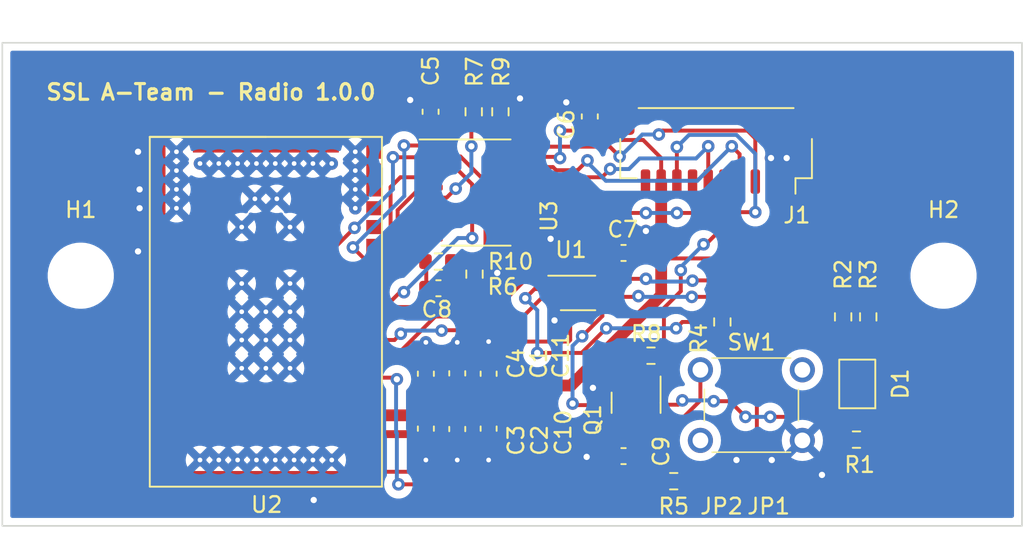
<source format=kicad_pcb>
(kicad_pcb (version 20211014) (generator pcbnew)
  (layers (0 "F.Cu" signal) (31 "B.Cu" signal) (34 "B.Paste" user) (35 "F.Paste" user) (36 "B.SilkS" user "B.Silkscreen") (37 "F.SilkS" user "F.Silkscreen") (38 "B.Mask" user) (39 "F.Mask" user) (44 "Edge.Cuts" user))
  (net 0 "")
  (net 1 "GND")
  (net 2 "+3V3")
  (net 3 "+1V8")
  (net 4 "Net-(U3-Pad10)")
  (net 5 "/RESET_N")
  (net 6 "Net-(D1-Pad2)")
  (net 7 "Net-(D1-Pad3)")
  (net 8 "Net-(D1-Pad4)")
  (net 9 "/UART_RTS_3v3")
  (net 10 "/UART_CTS_3v3")
  (net 11 "/UART_TX_3v3")
  (net 12 "/UART_RX_3v3")
  (net 13 "/BOOT0_3v3")
  (net 14 "/RST_3v3")
  (net 15 "+5V")
  (net 16 "Net-(JP1-Pad1)")
  (net 17 "Net-(JP2-Pad1)")
  (net 18 "Net-(R1-Pad1)")
  (net 19 "Net-(R2-Pad1)")
  (net 20 "Net-(R3-Pad1)")
  (net 21 "/GRN_SW1")
  (net 22 "/SW0")
  (net 23 "Net-(R7-Pad2)")
  (net 24 "Net-(R9-Pad2)")
  (net 27 "/BLUE")
  (net 28 "/RED")
  (net 30 "/UART_CTS_1v8")
  (net 31 "/UART_TX_1v8")
  (net 32 "/UART_RTS_1v8")
  (net 33 "/UART_RX_1v8")
  (footprint "AT-Modules:ODIN_W2" (layer "F.Cu") (at 135.3 103.1 180)
    (fp_text reference "U2")
    (fp_text value "ODIN-W26x")
  )
  (footprint "Package_SO:VSSOP-8_2.3x2mm_P0.5mm" (layer "F.Cu") (at 155.2 100.1)
    (fp_text reference "U1")
    (fp_text value "74LVC3G07")
  )
  (footprint "Capacitor_SMD:C_0603_1608Metric" (layer "F.Cu") (at 147.5 105.225 -90)
    (fp_text reference "C1")
    (fp_text value "10u 10v")
  )
  (footprint "Resistor_SMD:R_0603_1608Metric" (layer "F.Cu") (at 148.6 98.9 90)
    (fp_text reference "R6")
    (fp_text value "10k")
  )
  (footprint "Capacitor_SMD:C_0603_1608Metric" (layer "F.Cu") (at 149.5 108.75 90)
    (fp_text reference "C10")
    (fp_text value "10u 10v")
  )
  (footprint "Resistor_SMD:R_0603_1608Metric" (layer "F.Cu") (at 159.85 104.1)
    (fp_text reference "R8")
    (fp_text value "10k")
  )
  (footprint "AT-BoardFeatures:SolderJumper-2_2.0x1.2mm_Open" (layer "F.Cu") (at 164.45 112.1)
    (fp_text reference "JP2")
    (fp_text value "SW0")
  )
  (footprint "Package_TO_SOT_SMD:SOT-23" (layer "F.Cu") (at 158.9 107.1 -90)
    (fp_text reference "Q1")
    (fp_text value "BSS138K")
  )
  (footprint "at-switches:TS02-66-73-BK-160-SCR-D" (layer "F.Cu") (at 166.25 107.25)
    (fp_text reference "SW1")
    (fp_text value "SPST_12-34")
  )
  (footprint "LED_SMD:Wurth_Elektronik_150141M173100" (layer "F.Cu") (at 173 105.9 -90)
    (fp_text reference "D1")
    (fp_text value "150141m173100")
  )
  (footprint "Package_SO:TSSOP-20_4.4x6.5mm_P0.65mm" (layer "F.Cu") (at 148.7 93.7)
    (fp_text reference "U3")
    (fp_text value "TXS0108EPW")
  )
  (footprint "Resistor_SMD:R_0603_1608Metric" (layer "F.Cu") (at 164.4 101.95 90)
    (fp_text reference "R4")
    (fp_text value "330")
  )
  (footprint "Capacitor_SMD:C_0603_1608Metric" (layer "F.Cu") (at 146.3 99.8)
    (fp_text reference "C8")
    (fp_text value "0.1u")
  )
  (footprint "Capacitor_SMD:C_0603_1608Metric" (layer "F.Cu") (at 145.8 88.55 -90)
    (fp_text reference "C5")
    (fp_text value "0.1u")
  )
  (footprint "Resistor_SMD:R_0603_1608Metric" (layer "F.Cu") (at 150.25 88.55 -90)
    (fp_text reference "R9")
    (fp_text value "10k")
  )
  (footprint "MountingHole:MountingHole_3.2mm_M3" (layer "F.Cu") (at 123.5 99)
    (fp_text reference "H1")
    (fp_text value "MountingHole")
  )
  (footprint "Capacitor_SMD:C_0603_1608Metric" (layer "F.Cu") (at 158.1 110.5)
    (fp_text reference "C9")
    (fp_text value "0.1u")
  )
  (footprint "Resistor_SMD:R_0603_1608Metric" (layer "F.Cu") (at 172.95 109.45)
    (fp_text reference "R1")
    (fp_text value "1k")
  )
  (footprint "Capacitor_SMD:C_0603_1608Metric" (layer "F.Cu") (at 145.5 108.75 90)
    (fp_text reference "C3")
    (fp_text value "1u 10v")
  )
  (footprint "Resistor_SMD:R_0603_1608Metric" (layer "F.Cu") (at 173.7 101.625 -90)
    (fp_text reference "R3")
    (fp_text value "1k")
  )
  (footprint "Capacitor_SMD:C_0603_1608Metric" (layer "F.Cu") (at 147.5 108.775 90)
    (fp_text reference "C2")
    (fp_text value "10u 10v")
  )
  (footprint "Capacitor_SMD:C_0603_1608Metric" (layer "F.Cu") (at 145.5 105.25 -90)
    (fp_text reference "C4")
    (fp_text value "0.1u 10v")
  )
  (footprint "Capacitor_SMD:C_0603_1608Metric" (layer "F.Cu") (at 155.95 88.85 -90)
    (fp_text reference "C6")
    (fp_text value "0.1u")
  )
  (footprint "Resistor_SMD:R_0603_1608Metric" (layer "F.Cu") (at 172.1 101.625 -90)
    (fp_text reference "R2")
    (fp_text value "2K7")
  )
  (footprint "MountingHole:MountingHole_3.2mm_M3" (layer "F.Cu") (at 178.5 99)
    (fp_text reference "H2")
    (fp_text value "MountingHole")
  )
  (footprint "Resistor_SMD:R_0603_1608Metric" (layer "F.Cu") (at 161.3 112.1)
    (fp_text reference "R5")
    (fp_text value "330")
  )
  (footprint "Connector_JST:JST_SH_SM10B-SRSS-TB_1x10-1MP_P1.00mm_Horizontal" (layer "F.Cu") (at 164 91 180)
    (fp_text reference "J1")
    (fp_text value "Conn_01x10")
  )
  (footprint "Resistor_SMD:R_0603_1608Metric" (layer "F.Cu") (at 148.55 88.55 -90)
    (fp_text reference "R7")
    (fp_text value "10k")
  )
  (footprint "AT-BoardFeatures:SolderJumper-2_2.0x1.2mm_Open" (layer "F.Cu") (at 167.45 112.1)
    (fp_text reference "JP1")
    (fp_text value "SW1")
  )
  (footprint "Capacitor_SMD:C_0603_1608Metric" (layer "F.Cu") (at 158.1 97.55 180)
    (fp_text reference "C7")
    (fp_text value "0.1u")
  )
  (footprint "Resistor_SMD:R_0603_1608Metric" (layer "F.Cu") (at 146.3 98.1)
    (fp_text reference "R10")
    (fp_text value "10k")
  )
  (footprint "Capacitor_SMD:C_0603_1608Metric" (layer "F.Cu") (at 149.5 105.25 -90)
    (fp_text reference "C11")
    (fp_text value "10u 10v")
  )
  (gr_rect (start 118.5 84.15) (end 183.5 114.95) (layer "Edge.Cuts") (width 0.1) (fill none))
  (gr_text "SSL A-Team - Radio 1.0.0" (at 131.8 87.3) (layer "F.SilkS") (effects (font (size 1 1) (thickness 0.2))))
  (segment (start 128.4 91.1) (end 127.15 91.1) (width 0.25) (layer "F.Cu") (net 1))
  (segment (start 159.2 96.15) (end 159.5255 96.15) (width 0.25) (layer "F.Cu") (net 1))
  (segment (start 151.5625 96.625) (end 153.425 96.625) (width 0.25) (layer "F.Cu") (net 1))
  (segment (start 128.4 94.7) (end 127.25 94.7) (width 0.25) (layer "F.Cu") (net 1))
  (segment (start 159.025 105.0875) (end 157.95 106.1625) (width 0.25) (layer "F.Cu") (net 1))
  (segment (start 147.5 109.55) (end 147.5 110.75) (width 0.75) (layer "F.Cu") (net 1))
  (segment (start 142.2 109.1) (end 145.075 109.1) (width 0.5) (layer "F.Cu") (net 1))
  (segment (start 149.5 103.25) (end 149.5 103.2) (width 0.75) (layer "F.Cu") (net 1))
  (segment (start 149.5 104.475) (end 149.5 103.25) (width 0.75) (layer "F.Cu") (net 1))
  (segment (start 145.5 109.525) (end 145.5 110.75) (width 0.75) (layer "F.Cu") (net 1))
  (segment (start 155.95 88.075) (end 154.575 88.075) (width 0.25) (layer "F.Cu") (net 1))
  (segment (start 155.8 110.5) (end 155.75 110.55) (width 0.25) (layer "F.Cu") (net 1))
  (segment (start 159.025 104.1) (end 159.025 105.0875) (width 0.25) (layer "F.Cu") (net 1))
  (segment (start 168.3 111.5) (end 167.55 110.75) (width 0.25) (layer "F.Cu") (net 1))
  (segment (start 138.3 113.25) (end 138.35 113.3) (width 0.25) (layer "F.Cu") (net 1))
  (segment (start 167.5 93) (end 167.5 91.5) (width 0.25) (layer "F.Cu") (net 1))
  (segment (start 148.6 99.725) (end 149.1495 99.725) (width 0.25) (layer "F.Cu") (net 1))
  (segment (start 148.6 99.725) (end 147.15 99.725) (width 0.25) (layer "F.Cu") (net 1))
  (segment (start 157.95 106.1625) (end 156.1625 106.1625) (width 0.25) (layer "F.Cu") (net 1))
  (segment (start 168.3 112.1) (end 168.3 111.5) (width 0.25) (layer "F.Cu") (net 1))
  (segment (start 145.075 109.1) (end 145.5 109.525) (width 0.5) (layer "F.Cu") (net 1))
  (segment (start 153.425 96.625) (end 153.45 96.65) (width 0.25) (layer "F.Cu") (net 1))
  (segment (start 128.4 98.3) (end 128 98.3) (width 0.25) (layer "F.Cu") (net 1))
  (segment (start 149.5 109.525) (end 149.5 110.75) (width 0.75) (layer "F.Cu") (net 1))
  (segment (start 150.25 87.725) (end 151.475 87.725) (width 0.25) (layer "F.Cu") (net 1))
  (segment (start 138.3 111.95) (end 138.3 113.25) (width 0.25) (layer "F.Cu") (net 1))
  (segment (start 158.875 97.55) (end 158.875 96.475) (width 0.25) (layer "F.Cu") (net 1))
  (segment (start 169.5 109.5) (end 169.5 109.3) (width 0.25) (layer "F.Cu") (net 1))
  (segment (start 158.875 96.475) (end 159.2 96.15) (width 0.25) (layer "F.Cu") (net 1))
  (segment (start 168.5 93) (end 168.5 91.5) (width 0.25) (layer "F.Cu") (net 1))
  (segment (start 154.575 88.075) (end 154.45 87.95) (width 0.25) (layer "F.Cu") (net 1))
  (segment (start 147.5 104.45) (end 147.5 103.25) (width 0.75) (layer "F.Cu") (net 1))
  (segment (start 156.1625 106.1625) (end 156.15 106.15) (width 0.25) (layer "F.Cu") (net 1))
  (segment (start 153.65 101.8) (end 153.7 101.85) (width 0.25) (layer "F.Cu") (net 1))
  (segment (start 128 98.3) (end 127.15 97.45) (width 0.25) (layer "F.Cu") (net 1))
  (segment (start 147.15 99.725) (end 147.075 99.8) (width 0.25) (layer "F.Cu") (net 1))
  (segment (start 151.475 87.725) (end 151.5 87.7) (width 0.25) (layer "F.Cu") (net 1))
  (segment (start 148.55 87.725) (end 150.25 87.725) (width 0.25) (layer "F.Cu") (net 1))
  (segment (start 169.5 109.5) (end 170.75 110.75) (width 0.25) (layer "F.Cu") (net 1))
  (segment (start 149.1495 99.725) (end 150.05 98.8245) (width 0.25) (layer "F.Cu") (net 1))
  (segment (start 128.4 93.5) (end 127.25 93.5) (width 0.25) (layer "F.Cu") (net 1))
  (segment (start 170.75 110.75) (end 170.75 111.7) (width 0.25) (layer "F.Cu") (net 1))
  (segment (start 165.3 112.1) (end 165.3 110.75) (width 0.25) (layer "F.Cu") (net 1))
  (segment (start 144.525 87.775) (end 144.5 87.8) (width 0.25) (layer "F.Cu") (net 1))
  (segment (start 153.65 100.85) (end 153.65 101.8) (width 0.25) (layer "F.Cu") (net 1))
  (segment (start 157.325 110.5) (end 155.8 110.5) (width 0.25) (layer "F.Cu") (net 1))
  (segment (start 145.5 104.475) (end 145.5 103.25) (width 0.75) (layer "F.Cu") (net 1))
  (segment (start 169.5 109.5) (end 169.6 109.6) (width 0.25) (layer "F.Cu") (net 1))
  (segment (start 145.8 87.775) (end 144.525 87.775) (width 0.25) (layer "F.Cu") (net 1))
  (via (at 167.55 110.75) (size 0.8) (drill 0.4) (layers "F.Cu" "B.Cu") (net 1))
  (via (at 127.25 93.5) (size 0.8) (drill 0.4) (layers "F.Cu" "B.Cu") (net 1))
  (via (at 147.5 110.75) (size 0.8) (drill 0.3) (layers "F.Cu" "B.Cu") (net 1))
  (via (at 149.5 110.75) (size 0.8) (drill 0.3) (layers "F.Cu" "B.Cu") (net 1))
  (via (at 144.5 87.8) (size 0.8) (drill 0.4) (layers "F.Cu" "B.Cu") (net 1))
  (via (at 154.45 87.95) (size 0.8) (drill 0.4) (layers "F.Cu" "B.Cu") (net 1))
  (via (at 156.15 106.15) (size 0.8) (drill 0.4) (layers "F.Cu" "B.Cu") (net 1))
  (via (at 155.75 110.55) (size 0.8) (drill 0.4) (layers "F.Cu" "B.Cu") (net 1))
  (via (at 168.5 91.5) (size 0.8) (drill 0.4) (layers "F.Cu" "B.Cu") (net 1))
  (via (at 127.15 91.1) (size 0.8) (drill 0.4) (layers "F.Cu" "B.Cu") (net 1))
  (via (at 149.5 103.2) (size 0.8) (drill 0.3) (layers "F.Cu" "B.Cu") (net 1))
  (via (at 165.3 110.75) (size 0.8) (drill 0.4) (layers "F.Cu" "B.Cu") (net 1))
  (via (at 159.5255 96.15) (size 0.8) (drill 0.4) (layers "F.Cu" "B.Cu") (net 1))
  (via (at 167.5 91.5) (size 0.8) (drill 0.4) (layers "F.Cu" "B.Cu") (net 1))
  (via (at 138.35 113.3) (size 0.8) (drill 0.4) (layers "F.Cu" "B.Cu") (net 1))
  (via (at 150.05 98.8245) (size 0.8) (drill 0.4) (layers "F.Cu" "B.Cu") (net 1))
  (via (at 153.7 101.85) (size 0.8) (drill 0.4) (layers "F.Cu" "B.Cu") (net 1))
  (via (at 151.5 87.7) (size 0.8) (drill 0.4) (layers "F.Cu" "B.Cu") (net 1))
  (via (at 127.15 97.45) (size 0.8) (drill 0.4) (layers "F.Cu" "B.Cu") (net 1))
  (via (at 170.75 111.7) (size 0.8) (drill 0.4) (layers "F.Cu" "B.Cu") (net 1))
  (via (at 127.25 94.7) (size 0.8) (drill 0.4) (layers "F.Cu" "B.Cu") (net 1))
  (via (at 153.45 96.65) (size 0.8) (drill 0.4) (layers "F.Cu" "B.Cu") (net 1))
  (via (at 145.5 110.75) (size 0.8) (drill 0.3) (layers "F.Cu" "B.Cu") (net 1))
  (via (at 147.5 103.25) (size 0.8) (drill 0.3) (layers "F.Cu" "B.Cu") (net 1))
  (via (at 145.5 103.25) (size 0.8) (drill 0.3) (layers "F.Cu" "B.Cu") (net 1))
  (segment (start 160.6 97.9) (end 172.016783 97.9) (width 0.25) (layer "F.Cu") (net 2))
  (segment (start 172.016783 97.9) (end 174.65 100.533217) (width 0.25) (layer "F.Cu") (net 2))
  (segment (start 147.475 106.025) (end 147.5 106) (width 0.75) (layer "F.Cu") (net 2))
  (segment (start 154.75 106) (end 160.5 100.25) (width 0.75) (layer "F.Cu") (net 2))
  (segment (start 160.5 97.8) (end 160.5 93) (width 0.75) (layer "F.Cu") (net 2))
  (segment (start 149.5 106.025) (end 149.555692 106.025) (width 0.75) (layer "F.Cu") (net 2))
  (segment (start 172.3 107.15) (end 172.3 107.45) (width 0.25) (layer "F.Cu") (net 2))
  (segment (start 155.825 89.75) (end 155.95 89.625) (width 0.25) (layer "F.Cu") (net 2))
  (segment (start 142.2 107.9) (end 145.44952 107.9) (width 0.75) (layer "F.Cu") (net 2))
  (segment (start 154.05 89.75) (end 155.825 89.75) (width 0.25) (layer "F.Cu") (net 2))
  (segment (start 149.580692 106) (end 154.75 106) (width 0.75) (layer "F.Cu") (net 2))
  (segment (start 145.44952 107.9) (end 145.5 107.95048) (width 0.75) (layer "F.Cu") (net 2))
  (segment (start 174.65 105.65) (end 173.8 105.65) (width 0.25) (layer "F.Cu") (net 2))
  (segment (start 145.5 106.025) (end 147.475 106.025) (width 0.75) (layer "F.Cu") (net 2))
  (segment (start 153.9755 91.425) (end 154.05 91.4995) (width 0.25) (layer "F.Cu") (net 2))
  (segment (start 156.775 89.625) (end 155.95 89.625) (width 0.25) (layer "F.Cu") (net 2))
  (segment (start 149.475 106) (end 149.5 106.025) (width 0.75) (layer "F.Cu") (net 2))
  (segment (start 145.5 107.975) (end 149.5 107.975) (width 0.75) (layer "F.Cu") (net 2))
  (segment (start 147.5 106) (end 149.475 106) (width 0.75) (layer "F.Cu") (net 2))
  (segment (start 151.5625 91.425) (end 153.9755 91.425) (width 0.25) (layer "F.Cu") (net 2))
  (segment (start 160.5 100.25) (end 160.5 97.8) (width 0.75) (layer "F.Cu") (net 2))
  (segment (start 173.8 105.65) (end 172.3 107.15) (width 0.25) (layer "F.Cu") (net 2))
  (segment (start 149.555692 106.025) (end 149.580692 106) (width 0.75) (layer "F.Cu") (net 2))
  (segment (start 157.49952 90.34952) (end 156.775 89.625) (width 0.25) (layer "F.Cu") (net 2))
  (segment (start 174.65 100.533217) (end 174.65 105.65) (width 0.25) (layer "F.Cu") (net 2))
  (segment (start 160.5 91.5) (end 159.34952 90.34952) (width 0.25) (layer "F.Cu") (net 2))
  (segment (start 145.5 106.025) (end 145.5 107.975) (width 0.75) (layer "F.Cu") (net 2))
  (segment (start 160.5 97.8) (end 160.6 97.9) (width 0.25) (layer "F.Cu") (net 2))
  (segment (start 160.5 93) (end 160.5 91.5) (width 0.25) (layer "F.Cu") (net 2))
  (segment (start 159.34952 90.34952) (end 157.49952 90.34952) (width 0.25) (layer "F.Cu") (net 2))
  (via (at 154.05 91.4995) (size 0.8) (drill 0.4) (layers "F.Cu" "B.Cu") (net 2))
  (via (at 154.05 89.75) (size 0.8) (drill 0.4) (layers "F.Cu" "B.Cu") (net 2))
  (segment (start 154.05 91.4995) (end 154.05 89.75) (width 0.25) (layer "B.Cu") (net 2))
  (segment (start 156.05 97.55) (end 155.5 98.1) (width 0.25) (layer "F.Cu") (net 3))
  (segment (start 141.925489 110.025489) (end 140.275489 110.025489) (width 0.25) (layer "F.Cu") (net 3))
  (segment (start 139.65 109.4) (end 139.65 97.25) (width 0.25) (layer "F.Cu") (net 3))
  (segment (start 148.575 98.1) (end 148.6 98.075) (width 0.25) (layer "F.Cu") (net 3))
  (segment (start 145.8125 91.45) (end 145.8375 91.425) (width 0.25) (layer "F.Cu") (net 3))
  (segment (start 145.8375 91.425) (end 146.525361 91.425) (width 0.25) (layer "F.Cu") (net 3))
  (segment (start 139.65 97.25) (end 140.95 95.95) (width 0.25) (layer "F.Cu") (net 3))
  (segment (start 147.25 90.775) (end 147.25 91.4) (width 0.25) (layer "F.Cu") (net 3))
  (segment (start 146.550361 91.4) (end 147.25 91.4) (width 0.25) (layer "F.Cu") (net 3))
  (segment (start 148.625 98.1) (end 155.5 98.1) (width 0.25) (layer "F.Cu") (net 3))
  (segment (start 147.125 98.1) (end 148.575 98.1) (width 0.25) (layer "F.Cu") (net 3))
  (segment (start 140.275489 110.025489) (end 139.65 109.4) (width 0.25) (layer "F.Cu") (net 3))
  (segment (start 145.8 89.325) (end 147.25 90.775) (width 0.25) (layer "F.Cu") (net 3))
  (segment (start 155.5 98.1) (end 156.75 99.35) (width 0.25) (layer "F.Cu") (net 3))
  (segment (start 149.3 93) (end 149.3 97.375) (width 0.25) (layer "F.Cu") (net 3))
  (segment (start 142.2 110.3) (end 141.925489 110.025489) (width 0.25) (layer "F.Cu") (net 3))
  (segment (start 143.4 91.45) (end 145.8125 91.45) (width 0.25) (layer "F.Cu") (net 3))
  (segment (start 147.7 91.4) (end 149.3 93) (width 0.25) (layer "F.Cu") (net 3))
  (segment (start 147.25 91.4) (end 147.7 91.4) (width 0.25) (layer "F.Cu") (net 3))
  (segment (start 148.6 98.075) (end 148.625 98.1) (width 0.25) (layer "F.Cu") (net 3))
  (segment (start 157.325 97.55) (end 156.05 97.55) (width 0.25) (layer "F.Cu") (net 3))
  (segment (start 149.3 97.375) (end 148.6 98.075) (width 0.25) (layer "F.Cu") (net 3))
  (segment (start 146.525361 91.425) (end 146.550361 91.4) (width 0.25) (layer "F.Cu") (net 3))
  (via (at 140.95 95.95) (size 0.8) (drill 0.4) (layers "F.Cu" "B.Cu") (net 3))
  (via (at 143.4 91.45) (size 0.8) (drill 0.4) (layers "F.Cu" "B.Cu") (net 3))
  (segment (start 140.95 95.95) (end 143.4 93.5) (width 0.25) (layer "B.Cu") (net 3))
  (segment (start 143.4 93.5) (end 143.4 91.45) (width 0.25) (layer "B.Cu") (net 3))
  (segment (start 145.8375 96.625) (end 145.775 96.625) (width 0.25) (layer "F.Cu") (net 4))
  (segment (start 145.775 96.625) (end 145.475 96.925) (width 0.25) (layer "F.Cu") (net 4))
  (segment (start 145.525 98.15) (end 145.475 98.1) (width 0.25) (layer "F.Cu") (net 4))
  (segment (start 145.475 96.925) (end 145.475 98.1) (width 0.25) (layer "F.Cu") (net 4))
  (segment (start 145.525 99.8) (end 145.525 98.15) (width 0.25) (layer "F.Cu") (net 4))
  (segment (start 158.9 108.0375) (end 158.9 110.475) (width 0.25) (layer "F.Cu") (net 5))
  (segment (start 163 105) (end 163 106.95) (width 0.25) (layer "F.Cu") (net 5))
  (segment (start 163 106.95) (end 161.9125 108.0375) (width 0.25) (layer "F.Cu") (net 5))
  (segment (start 157.875 111.5) (end 158.875 110.5) (width 0.25) (layer "F.Cu") (net 5))
  (segment (start 142.2 111.5) (end 157.875 111.5) (width 0.25) (layer "F.Cu") (net 5))
  (segment (start 161.9125 108.0375) (end 158.9 108.0375) (width 0.25) (layer "F.Cu") (net 5))
  (segment (start 158.9 110.475) (end 158.875 110.5) (width 0.25) (layer "F.Cu") (net 5))
  (segment (start 173.775 107.525) (end 173.7 107.45) (width 0.25) (layer "F.Cu") (net 6))
  (segment (start 173.775 109.45) (end 173.775 107.525) (width 0.25) (layer "F.Cu") (net 6))
  (segment (start 172.1 102.45) (end 172.1 104.15) (width 0.25) (layer "F.Cu") (net 7))
  (segment (start 172.1 104.15) (end 172.3 104.35) (width 0.25) (layer "F.Cu") (net 7))
  (segment (start 173.7 102.45) (end 173.7 104.35) (width 0.25) (layer "F.Cu") (net 8))
  (segment (start 166 89.75) (end 166.5 90.25) (width 0.25) (layer "F.Cu") (net 9))
  (segment (start 157.225 90.775) (end 151.5625 90.775) (width 0.25) (layer "F.Cu") (net 9))
  (segment (start 160.6 89.75) (end 160.35 90) (width 0.25) (layer "F.Cu") (net 9))
  (segment (start 166 89.75) (end 160.6 89.75) (width 0.25) (layer "F.Cu") (net 9))
  (segment (start 166.5 90.25) (end 166.5 93) (width 0.25) (layer "F.Cu") (net 9))
  (segment (start 157.85 91.4) (end 157.225 90.775) (width 0.25) (layer "F.Cu") (net 9))
  (via (at 157.85 91.4) (size 0.8) (drill 0.4) (layers "F.Cu" "B.Cu") (net 9))
  (via (at 160.35 90) (size 0.8) (drill 0.4) (layers "F.Cu" "B.Cu") (net 9))
  (segment (start 157.9 91.4) (end 157.85 91.4) (width 0.25) (layer "B.Cu") (net 9))
  (segment (start 160.35 90) (end 159.3 90) (width 0.25) (layer "B.Cu") (net 9))
  (segment (start 158.45 90.85) (end 157.9 91.4) (width 0.25) (layer "B.Cu") (net 9))
  (segment (start 159.3 90) (end 158.45 90.85) (width 0.25) (layer "B.Cu") (net 9))
  (segment (start 165 90.75) (end 165.5 91.25) (width 0.25) (layer "F.Cu") (net 10))
  (segment (start 153.801366 92.27548) (end 155.17452 92.27548) (width 0.25) (layer "F.Cu") (net 10))
  (segment (start 153.600886 92.075) (end 153.801366 92.27548) (width 0.25) (layer "F.Cu") (net 10))
  (segment (start 155.17452 92.27548) (end 155.8 91.65) (width 0.25) (layer "F.Cu") (net 10))
  (segment (start 165.5 91.25) (end 165.5 93) (width 0.25) (layer "F.Cu") (net 10))
  (segment (start 151.5625 92.075) (end 153.600886 92.075) (width 0.25) (layer "F.Cu") (net 10))
  (via (at 165 90.75) (size 0.8) (drill 0.4) (layers "F.Cu" "B.Cu") (net 10))
  (via (at 155.8 91.65) (size 0.8) (drill 0.4) (layers "F.Cu" "B.Cu") (net 10))
  (segment (start 155.8 91.774614) (end 156.975386 92.95) (width 0.25) (layer "B.Cu") (net 10))
  (segment (start 155.8 91.65) (end 155.8 91.774614) (width 0.25) (layer "B.Cu") (net 10))
  (segment (start 162.8 92.95) (end 165 90.75) (width 0.25) (layer "B.Cu") (net 10))
  (segment (start 156.975386 92.95) (end 162.8 92.95) (width 0.25) (layer "B.Cu") (net 10))
  (segment (start 153.125 93.375) (end 151.5625 93.375) (width 0.25) (layer "F.Cu") (net 11))
  (segment (start 164.5 93) (end 164.5 95) (width 0.25) (layer "F.Cu") (net 11))
  (segment (start 154.75 95) (end 153.125 93.375) (width 0.25) (layer "F.Cu") (net 11))
  (segment (start 159.5255 95) (end 154.75 95) (width 0.25) (layer "F.Cu") (net 11))
  (segment (start 164.5 95) (end 161.5 95) (width 0.25) (layer "F.Cu") (net 11))
  (via (at 161.5 95) (size 0.8) (drill 0.4) (layers "F.Cu" "B.Cu") (net 11))
  (via (at 159.5255 95) (size 0.8) (drill 0.4) (layers "F.Cu" "B.Cu") (net 11))
  (segment (start 161.5 95) (end 159.5255 95) (width 0.25) (layer "B.Cu") (net 11))
  (segment (start 151.5625 92.725) (end 156.725 92.725) (width 0.25) (layer "F.Cu") (net 12))
  (segment (start 156.725 92.725) (end 157.25 92.2) (width 0.25) (layer "F.Cu") (net 12))
  (segment (start 163.5 90.75) (end 163.5 93) (width 0.25) (layer "F.Cu") (net 12))
  (via (at 163.5 90.75) (size 0.8) (drill 0.4) (layers "F.Cu" "B.Cu") (net 12))
  (via (at 157.25 92.2) (size 0.8) (drill 0.4) (layers "F.Cu" "B.Cu") (net 12))
  (segment (start 159.125489 91.524511) (end 158.45 92.2) (width 0.25) (layer "B.Cu") (net 12))
  (segment (start 163.5 90.75) (end 162.725489 91.524511) (width 0.25) (layer "B.Cu") (net 12))
  (segment (start 158.45 92.2) (end 157.25 92.2) (width 0.25) (layer "B.Cu") (net 12))
  (segment (start 163.5 91) (end 163.5 90.75) (width 0.25) (layer "B.Cu") (net 12))
  (segment (start 162.725489 91.524511) (end 159.125489 91.524511) (width 0.25) (layer "B.Cu") (net 12))
  (segment (start 166.5 94.95) (end 165.4 94.95) (width 0.25) (layer "F.Cu") (net 14))
  (segment (start 160.675 104.1) (end 160.675 101.06427) (width 0.25) (layer "F.Cu") (net 14))
  (segment (start 161.5 93) (end 161.5 90.8) (width 0.25) (layer "F.Cu") (net 14))
  (segment (start 160.675 105.3375) (end 159.85 106.1625) (width 0.25) (layer "F.Cu") (net 14))
  (segment (start 160.675 104.1) (end 160.675 105.3375) (width 0.25) (layer "F.Cu") (net 14))
  (segment (start 160.675 101.06427) (end 161.75 99.98927) (width 0.25) (layer "F.Cu") (net 14))
  (segment (start 161.75 99.98927) (end 161.75 98.65) (width 0.25) (layer "F.Cu") (net 14))
  (segment (start 165.4 94.95) (end 163.35 97) (width 0.25) (layer "F.Cu") (net 14))
  (segment (start 163.35 97) (end 163.2 97) (width 0.25) (layer "F.Cu") (net 14))
  (via (at 166.5 94.95) (size 0.8) (drill 0.4) (layers "F.Cu" "B.Cu") (net 14))
  (via (at 161.5 90.8) (size 0.8) (drill 0.4) (layers "F.Cu" "B.Cu") (net 14))
  (via (at 163.2 97) (size 0.8) (drill 0.4) (layers "F.Cu" "B.Cu") (net 14))
  (via (at 161.75 98.65) (size 0.8) (drill 0.4) (layers "F.Cu" "B.Cu") (net 14))
  (segment (start 166.5 91.225386) (end 166.5 94.9) (width 0.25) (layer "B.Cu") (net 14))
  (segment (start 166.5 94.9) (end 166.5 94.95) (width 0.25) (layer "B.Cu") (net 14))
  (segment (start 161.75 98.65) (end 161.75 98.45) (width 0.25) (layer "B.Cu") (net 14))
  (segment (start 162.274511 90.025489) (end 165.300103 90.025489) (width 0.25) (layer "B.Cu") (net 14))
  (segment (start 161.5 90.8) (end 162.274511 90.025489) (width 0.25) (layer "B.Cu") (net 14))
  (segment (start 161.75 98.45) (end 163.2 97) (width 0.25) (layer "B.Cu") (net 14))
  (segment (start 165.300103 90.025489) (end 166.5 91.225386) (width 0.25) (layer "B.Cu") (net 14))
  (segment (start 164.4 103.1) (end 166.6 105.3) (width 0.25) (layer "F.Cu") (net 16))
  (segment (start 164.4 102.775) (end 164.4 103.1) (width 0.25) (layer "F.Cu") (net 16))
  (segment (start 166.6 105.3) (end 166.6 112.1) (width 0.25) (layer "F.Cu") (net 16))
  (segment (start 163.6 112.1) (end 162.125 112.1) (width 0.25) (layer "F.Cu") (net 17))
  (segment (start 164.8755 107) (end 165.8755 108) (width 0.25) (layer "F.Cu") (net 18))
  (segment (start 156.75 100.85) (end 156.75 101.575402) (width 0.25) (layer "F.Cu") (net 18))
  (segment (start 158.278928 107.25) (end 158.553448 106.97548) (width 0.25) (layer "F.Cu") (net 18))
  (segment (start 159.503448 107.22452) (end 161.57548 107.22452) (width 0.25) (layer "F.Cu") (net 18))
  (segment (start 159.254408 106.97548) (end 159.503448 107.22452) (width 0.25) (layer "F.Cu") (net 18))
  (segment (start 154.95 107.25) (end 158.278928 107.25) (width 0.25) (layer "F.Cu") (net 18))
  (segment (start 154.85 107.15) (end 154.95 107.25) (width 0.25) (layer "F.Cu") (net 18))
  (segment (start 156.75 101.575402) (end 155.462701 102.862701) (width 0.25) (layer "F.Cu") (net 18))
  (segment (start 163.85 107) (end 164.8755 107) (width 0.25) (layer "F.Cu") (net 18))
  (segment (start 161.57548 107.22452) (end 161.85 106.95) (width 0.25) (layer "F.Cu") (net 18))
  (segment (start 167.45 108) (end 170.675 108) (width 0.25) (layer "F.Cu") (net 18))
  (segment (start 170.675 108) (end 172.125 109.45) (width 0.25) (layer "F.Cu") (net 18))
  (segment (start 158.553448 106.97548) (end 159.254408 106.97548) (width 0.25) (layer "F.Cu") (net 18))
  (via (at 163.85 107) (size 0.8) (drill 0.4) (layers "F.Cu" "B.Cu") (net 18))
  (via (at 167.45 108) (size 0.8) (drill 0.4) (layers "F.Cu" "B.Cu") (net 18))
  (via (at 154.85 107.15) (size 0.8) (drill 0.4) (layers "F.Cu" "B.Cu") (net 18))
  (via (at 155.462701 102.862701) (size 0.8) (drill 0.4) (layers "F.Cu" "B.Cu") (net 18))
  (via (at 165.8755 108) (size 0.8) (drill 0.4) (layers "F.Cu" "B.Cu") (net 18))
  (via (at 161.85 106.95) (size 0.8) (drill 0.4) (layers "F.Cu" "B.Cu") (net 18))
  (segment (start 161.85 106.95) (end 163.8 106.95) (width 0.25) (layer "B.Cu") (net 18))
  (segment (start 154.85 103.475402) (end 154.85 107.15) (width 0.25) (layer "B.Cu") (net 18))
  (segment (start 155.462701 102.862701) (end 154.85 103.475402) (width 0.25) (layer "B.Cu") (net 18))
  (segment (start 165.8755 108) (end 167.45 108) (width 0.25) (layer "B.Cu") (net 18))
  (segment (start 163.8 106.95) (end 163.85 107) (width 0.25) (layer "B.Cu") (net 18))
  (segment (start 161.45 102.35) (end 161.85 101.95) (width 0.25) (layer "F.Cu") (net 19))
  (segment (start 153.65 99.85) (end 152.42638 99.85) (width 0.25) (layer "F.Cu") (net 19))
  (segment (start 155.4255 103.9245) (end 157 102.35) (width 0.25) (layer "F.Cu") (net 19))
  (segment (start 168.6 101.95) (end 169.8 100.75) (width 0.25) (layer "F.Cu") (net 19))
  (segment (start 152.42638 99.85) (end 151.83819 100.43819) (width 0.25) (layer "F.Cu") (net 19))
  (segment (start 161.85 101.95) (end 168.6 101.95) (width 0.25) (layer "F.Cu") (net 19))
  (segment (start 169.8 100.75) (end 172.05 100.75) (width 0.25) (layer "F.Cu") (net 19))
  (segment (start 172.05 100.75) (end 172.1 100.8) (width 0.25) (layer "F.Cu") (net 19))
  (segment (start 152.6 103.9245) (end 155.4255 103.9245) (width 0.25) (layer "F.Cu") (net 19))
  (segment (start 171.95 100.65) (end 172.1 100.8) (width 0.25) (layer "F.Cu") (net 19))
  (via (at 151.83819 100.43819) (size 0.8) (drill 0.4) (layers "F.Cu" "B.Cu") (net 19))
  (via (at 161.45 102.35) (size 0.8) (drill 0.4) (layers "F.Cu" "B.Cu") (net 19))
  (via (at 157 102.35) (size 0.8) (drill 0.4) (layers "F.Cu" "B.Cu") (net 19))
  (via (at 152.6 103.9245) (size 0.8) (drill 0.4) (layers "F.Cu" "B.Cu") (net 19))
  (segment (start 157 102.35) (end 161.45 102.35) (width 0.25) (layer "B.Cu") (net 19))
  (segment (start 152.6 101.2) (end 152.6 103.9245) (width 0.25) (layer "B.Cu") (net 19))
  (segment (start 151.83819 100.43819) (end 152.6 101.2) (width 0.25) (layer "B.Cu") (net 19))
  (segment (start 156.35 99.875489) (end 156.375489 99.85) (width 0.25) (layer "F.Cu") (net 20))
  (segment (start 158.55 99.2) (end 159.5255 99.2) (width 0.25) (layer "F.Cu") (net 20))
  (segment (start 162.49397 99.317468) (end 162.511438 99.3) (width 0.25) (layer "F.Cu") (net 20))
  (segment (start 173.7 100.25) (end 173.7 100.8) (width 0.25) (layer "F.Cu") (net 20))
  (segment (start 156.375489 99.85) (end 156.75 99.85) (width 0.25) (layer "F.Cu") (net 20))
  (segment (start 157.9 99.85) (end 158.55 99.2) (width 0.25) (layer "F.Cu") (net 20))
  (segment (start 162.511438 99.3) (end 172.75 99.3) (width 0.25) (layer "F.Cu") (net 20))
  (segment (start 172.75 99.3) (end 173.7 100.25) (width 0.25) (layer "F.Cu") (net 20))
  (segment (start 156.75 99.85) (end 157.9 99.85) (width 0.25) (layer "F.Cu") (net 20))
  (via (at 159.5255 99.2) (size 0.8) (drill 0.4) (layers "F.Cu" "B.Cu") (net 20))
  (via (at 162.49397 99.317468) (size 0.8) (drill 0.4) (layers "F.Cu" "B.Cu") (net 20))
  (segment (start 162.436927 99.374511) (end 159.700011 99.374511) (width 0.25) (layer "B.Cu") (net 20))
  (segment (start 159.700011 99.374511) (end 159.5255 99.2) (width 0.25) (layer "B.Cu") (net 20))
  (segment (start 162.49397 99.317468) (end 162.436927 99.374511) (width 0.25) (layer "B.Cu") (net 20))
  (segment (start 143.5 103.1) (end 143.9 102.7) (width 0.25) (layer "F.Cu") (net 21))
  (segment (start 156.75 100.35) (end 159 100.35) (width 0.25) (layer "F.Cu") (net 21))
  (segment (start 142.2 103.1) (end 143.5 103.1) (width 0.25) (layer "F.Cu") (net 21))
  (segment (start 154.6 103.2) (end 154.7 103.1) (width 0.25) (layer "F.Cu") (net 21))
  (segment (start 146.5 102.5) (end 146.524511 102.475489) (width 0.25) (layer "F.Cu") (net 21))
  (segment (start 162.45 100.35) (end 163.625 100.35) (width 0.25) (layer "F.Cu") (net 21))
  (segment (start 154.7 103.1) (end 154.7 101.700978) (width 0.25) (layer "F.Cu") (net 21))
  (segment (start 149.975489 102.475489) (end 150.7 103.2) (width 0.25) (layer "F.Cu") (net 21))
  (segment (start 163.625 100.35) (end 164.4 101.125) (width 0.25) (layer "F.Cu") (net 21))
  (segment (start 154.7 101.700978) (end 156.050978 100.35) (width 0.25) (layer "F.Cu") (net 21))
  (segment (start 146.524511 102.475489) (end 149.975489 102.475489) (width 0.25) (layer "F.Cu") (net 21))
  (segment (start 156.050978 100.35) (end 156.75 100.35) (width 0.25) (layer "F.Cu") (net 21))
  (segment (start 159 100.35) (end 159.05 100.3) (width 0.25) (layer "F.Cu") (net 21))
  (segment (start 150.7 103.2) (end 154.6 103.2) (width 0.25) (layer "F.Cu") (net 21))
  (via (at 162.45 100.35) (size 0.8) (drill 0.4) (layers "F.Cu" "B.Cu") (net 21))
  (via (at 143.9 102.7) (size 0.8) (drill 0.4) (layers "F.Cu" "B.Cu") (net 21))
  (via (at 146.5 102.5) (size 0.8) (drill 0.4) (layers "F.Cu" "B.Cu") (net 21))
  (via (at 159.05 100.3) (size 0.8) (drill 0.4) (layers "F.Cu" "B.Cu") (net 21))
  (segment (start 159.05 100.3) (end 159.1 100.35) (width 0.25) (layer "B.Cu") (net 21))
  (segment (start 143.9 102.7) (end 144.1 102.5) (width 0.25) (layer "B.Cu") (net 21))
  (segment (start 144.1 102.5) (end 146.5 102.5) (width 0.25) (layer "B.Cu") (net 21))
  (segment (start 159.1 100.35) (end 162.45 100.35) (width 0.25) (layer "B.Cu") (net 21))
  (segment (start 160.275 112.3) (end 160.475 112.1) (width 0.25) (layer "F.Cu") (net 22))
  (segment (start 143.75 112.3) (end 160.275 112.3) (width 0.25) (layer "F.Cu") (net 22))
  (segment (start 142.2 105.5) (end 143.55 105.5) (width 0.25) (layer "F.Cu") (net 22))
  (segment (start 143.55 105.5) (end 143.65 105.6) (width 0.25) (layer "F.Cu") (net 22))
  (via (at 143.65 105.6) (size 0.8) (drill 0.4) (layers "F.Cu" "B.Cu") (net 22))
  (via (at 143.75 112.3) (size 0.8) (drill 0.4) (layers "F.Cu" "B.Cu") (net 22))
  (segment (start 143.65 109.05) (end 143.6 109) (width 0.25) (layer "B.Cu") (net 22))
  (segment (start 143.75 112.3) (end 143.65 112.2) (width 0.25) (layer "B.Cu") (net 22))
  (segment (start 143.6 109) (end 143.6 105.65) (width 0.25) (layer "B.Cu") (net 22))
  (segment (start 143.65 112.2) (end 143.65 109.05) (width 0.25) (layer "B.Cu") (net 22))
  (segment (start 143.6 105.65) (end 143.65 105.6) (width 0.25) (layer "B.Cu") (net 22))
  (segment (start 146.825 94.025) (end 147.4 93.45) (width 0.25) (layer "F.Cu") (net 23))
  (segment (start 148.4 89.525) (end 148.55 89.375) (width 0.25) (layer "F.Cu") (net 23))
  (segment (start 145.8375 94.025) (end 146.825 94.025) (width 0.25) (layer "F.Cu") (net 23))
  (segment (start 145.8375 95.975) (end 145.8375 94.025) (width 0.25) (layer "F.Cu") (net 23))
  (segment (start 148.4 90.75) (end 148.4 89.525) (width 0.25) (layer "F.Cu") (net 23))
  (via (at 148.4 90.75) (size 0.8) (drill 0.4) (layers "F.Cu" "B.Cu") (net 23))
  (via (at 147.4 93.45) (size 0.8) (drill 0.4) (layers "F.Cu" "B.Cu") (net 23))
  (segment (start 147.4 93.45) (end 148.4 92.45) (width 0.25) (layer "B.Cu") (net 23))
  (segment (start 148.4 92.45) (end 148.4 90.75) (width 0.25) (layer "B.Cu") (net 23))
  (segment (start 151.5625 94.025) (end 150.575 94.025) (width 0.25) (layer "F.Cu") (net 24))
  (segment (start 149.75 93.2) (end 149.75 89.875) (width 0.25) (layer "F.Cu") (net 24))
  (segment (start 150.575 94.025) (end 149.75 93.2) (width 0.25) (layer "F.Cu") (net 24))
  (segment (start 151.5625 94.025) (end 151.5625 95.975) (width 0.25) (layer "F.Cu") (net 24))
  (segment (start 149.75 89.875) (end 150.25 89.375) (width 0.25) (layer "F.Cu") (net 24))
  (segment (start 151.75 99.35) (end 150.1 101) (width 0.25) (layer "F.Cu") (net 27))
  (segment (start 143.7 101) (end 142.8 101.9) (width 0.25) (layer "F.Cu") (net 27))
  (segment (start 150.1 101) (end 143.7 101) (width 0.25) (layer "F.Cu") (net 27))
  (segment (start 142.8 101.9) (end 142.2 101.9) (width 0.25) (layer "F.Cu") (net 27))
  (segment (start 153.65 99.35) (end 151.75 99.35) (width 0.25) (layer "F.Cu") (net 27))
  (segment (start 153.65 100.35) (end 152.950978 100.35) (width 0.25) (layer "F.Cu") (net 28))
  (segment (start 143.4 104.3) (end 142.2 104.3) (width 0.25) (layer "F.Cu") (net 28))
  (segment (start 146.1 101.6) (end 143.4 104.3) (width 0.25) (layer "F.Cu") (net 28))
  (segment (start 152.950978 100.35) (end 151.700978 101.6) (width 0.25) (layer "F.Cu") (net 28))
  (segment (start 151.700978 101.6) (end 146.1 101.6) (width 0.25) (layer "F.Cu") (net 28))
  (segment (start 145.8375 92.075) (end 147.350402 92.075) (width 0.25) (layer "F.Cu") (net 30))
  (segment (start 144.1 100.05) (end 143.85 100.05) (width 0.25) (layer "F.Cu") (net 30))
  (segment (start 143.2 100.7) (end 142.2 100.7) (width 0.25) (layer "F.Cu") (net 30))
  (segment (start 143.85 100.05) (end 143.2 100.7) (width 0.25) (layer "F.Cu") (net 30))
  (segment (start 148.45 93.174598) (end 148.45 96.6) (width 0.25) (layer "F.Cu") (net 30))
  (segment (start 147.350402 92.075) (end 148.45 93.174598) (width 0.25) (layer "F.Cu") (net 30))
  (via (at 144.1 100.05) (size 0.8) (drill 0.4) (layers "F.Cu" "B.Cu") (net 30))
  (via (at 148.45 96.6) (size 0.8) (drill 0.4) (layers "F.Cu" "B.Cu") (net 30))
  (segment (start 147.55 96.6) (end 144.1 100.05) (width 0.25) (layer "B.Cu") (net 30))
  (segment (start 148.45 96.6) (end 147.55 96.6) (width 0.25) (layer "B.Cu") (net 30))
  (segment (start 144.15 100.05) (end 144.1 100.05) (width 0.25) (layer "B.Cu") (net 30))
  (segment (start 145.149639 93.375) (end 143.7 94.824639) (width 0.25) (layer "F.Cu") (net 31))
  (segment (start 145.8375 93.375) (end 145.149639 93.375) (width 0.25) (layer "F.Cu") (net 31))
  (segment (start 143.7 98.224511) (end 142.424511 99.5) (width 0.25) (layer "F.Cu") (net 31))
  (segment (start 142.424511 99.5) (end 142.2 99.5) (width 0.25) (layer "F.Cu") (net 31))
  (segment (start 143.7 94.824639) (end 143.7 98.224511) (width 0.25) (layer "F.Cu") (net 31))
  (segment (start 142.2 98.3) (end 141.95 98.3) (width 0.25) (layer "F.Cu") (net 32))
  (segment (start 145.7625 90.7) (end 145.8375 90.775) (width 0.25) (layer "F.Cu") (net 32))
  (segment (start 141.95 98.3) (end 140.85 97.2) (width 0.25) (layer "F.Cu") (net 32))
  (segment (start 144.1 90.7) (end 145.7625 90.7) (width 0.25) (layer "F.Cu") (net 32))
  (via (at 140.85 97.2) (size 0.8) (drill 0.4) (layers "F.Cu" "B.Cu") (net 32))
  (via (at 144.1 90.7) (size 0.8) (drill 0.4) (layers "F.Cu" "B.Cu") (net 32))
  (segment (start 140.85 97.2) (end 144.124511 93.925489) (width 0.25) (layer "B.Cu") (net 32))
  (segment (start 144.124511 93.925489) (end 144.124511 90.724511) (width 0.25) (layer "B.Cu") (net 32))
  (segment (start 144.124511 90.724511) (end 144.1 90.7) (width 0.25) (layer "B.Cu") (net 32))
  (segment (start 143.875 92.725) (end 143.25 93.35) (width 0.25) (layer "F.Cu") (net 33))
  (segment (start 143.25 96.449022) (end 142.599022 97.1) (width 0.25) (layer "F.Cu") (net 33))
  (segment (start 143.25 93.35) (end 143.25 96.449022) (width 0.25) (layer "F.Cu") (net 33))
  (segment (start 142.599022 97.1) (end 142.2 97.1) (width 0.25) (layer "F.Cu") (net 33))
  (segment (start 145.8375 92.725) (end 143.875 92.725) (width 0.25) (layer "F.Cu") (net 33))
  (zone (net 1) (net_name "GND") (layer "B.Cu") (connect_pads (clearance 0.508)) (min_thickness 0.254) (fill yes (thermal_gap 0.508) (thermal_bridge_width 0.508))
    (polygon (pts (xy 183.5 114.95) (xy 118.5 114.95) (xy 118.5 84.1) (xy 183.5 84.1)))
  )
)
</source>
